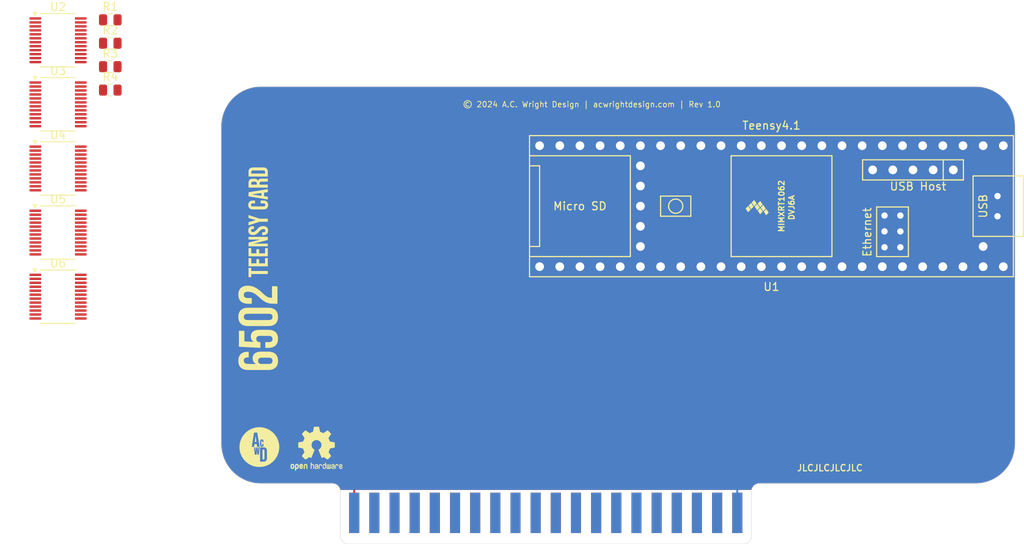
<source format=kicad_pcb>
(kicad_pcb (version 20240108) (generator "pcbnew") (generator_version "8.0")
  (title_block (title "6502 Teensy Card") (date "2024-07-04") (rev "1.0") (company "A.C. Wright Design"))
  (layers (0 "F.Cu" signal "Top") (31 "B.Cu" signal "Bottom") (34 "B.Paste" user) (35 "F.Paste" user) (36 "B.SilkS" user "B.Silkscreen") (37 "F.SilkS" user "F.Silkscreen") (38 "B.Mask" user) (39 "F.Mask" user) (44 "Edge.Cuts" user))
  (net 0 "")
  (net 1 "D7")
  (net 2 "PHI2")
  (net 3 "D0")
  (net 4 "A2")
  (net 5 "RWB")
  (net 6 "A4")
  (net 7 "D6")
  (net 8 "A13")
  (net 9 "A7")
  (net 10 "A6")
  (net 11 "A15")
  (net 12 "A8")
  (net 13 "A0")
  (net 14 "D4")
  (net 15 "D3")
  (net 16 "A1")
  (net 17 "D5")
  (net 18 "A14")
  (net 19 "A5")
  (net 20 "SYNC")
  (net 21 "D2")
  (net 22 "A10")
  (net 23 "A9")
  (net 24 "D1")
  (net 25 "GND")
  (net 26 "VCC")
  (net 27 "BE")
  (net 28 "RDY")
  (net 29 "A11")
  (net 30 "A12")
  (net 31 "A3")
  (net 32 "NMIB")
  (net 33 "IRQB")
  (net 34 "RESB")
  (net 36 "unconnected-(J1-PadEXP3)")
  (net 39 "Net-(U5-A7)")
  (net 40 "Net-(U5-B7)")
  (net 41 "Net-(U6-A3)")
  (net 42 "Net-(U6-B3)")
  (net 43 "A9_3V3")
  (net 45 "AD0_3V3")
  (net 49 "A14_3V3")
  (net 51 "AD7_3V3")
  (net 52 "A13_3V3")
  (net 58 "3V3")
  (net 59 "AD3_3V3")
  (net 60 "AD2_3V3")
  (net 64 "A15_3V3")
  (net 66 "AD4_3V3")
  (net 71 "A12_3V3")
  (net 72 "A8_3V3")
  (net 79 "AD6_3V3")
  (net 92 "AD1_3V3")
  (net 95 "A10_3V3")
  (net 99 "A11_3V3")
  (net 104 "AD5_3V3")
  (net 105 "OE1")
  (net 106 "DIR1")
  (net 107 "DIR2")
  (net 108 "OE2")
  (net 109 "OE3")
  (net 110 "DIR3")
  (net 111 "BE_3V3")
  (net 112 "PHI2_3V3")
  (net 113 "DIR4")
  (net 114 "OE4")
  (net 115 "IRQB_3V3")
  (net 116 "NMIB_3V3")
  (net 117 "RDY_3V3")
  (net 118 "RESB_3V3")
  (net 119 "SYNC_3V3")
  (net 120 "RWB_3V3")
  (net 121 "OE5")
  (net 122 "DIR5")
  (footprint "6502 Parts:6502 Card Edge" (layer "F.Cu") (at 115.25 132.44)
    (property "Reference" "J1" (hide yes))
    (property "Value" "6502 Card Edge" (hide yes))
    (pad "A0" smd rect (at 45.72 -2.54 90) (size 5.08 1.27) (layers "B.Cu" "B.Paste" "B.Mask") (net 13 "A0"))
    (pad "A1" smd rect (at 43.18 -2.54 90) (size 5.08 1.27) (layers "B.Cu" "B.Paste" "B.Mask") (net 16 "A1"))
    (pad "A2" smd rect (at 40.64 -2.54 90) (size 5.08 1.27) (layers "B.Cu" "B.Paste" "B.Mask") (net 4 "A2"))
    (pad "A3" smd rect (at 38.1 -2.54 90) (size 5.08 1.27) (layers "B.Cu" "B.Paste" "B.Mask") (net 31 "A3"))
    (pad "A4" smd rect (at 35.56 -2.54 90) (size 5.08 1.27) (layers "B.Cu" "B.Paste" "B.Mask") (net 6 "A4"))
    (pad "A5" smd rect (at 33.02 -2.54 90) (size 5.08 1.27) (layers "B.Cu" "B.Paste" "B.Mask") (net 19 "A5"))
    (pad "A6" smd rect (at 30.48 -2.54 90) (size 5.08 1.27) (layers "B.Cu" "B.Paste" "B.Mask") (net 10 "A6"))
    (pad "A7" smd rect (at 27.94 -2.54 90) (size 5.08 1.27) (layers "B.Cu" "B.Paste" "B.Mask") (net 9 "A7"))
    (pad "A8" smd rect (at 25.4 -2.54 90) (size 5.08 1.27) (layers "B.Cu" "B.Paste" "B.Mask") (net 12 "A8"))
    (pad "A9" smd rect (at 22.86 -2.54 90) (size 5.08 1.27) (layers "B.Cu" "B.Paste" "B.Mask") (net 23 "A9"))
    (pad "A10" smd rect (at 20.32 -2.54 90) (size 5.08 1.27) (layers "B.Cu" "B.Paste" "B.Mask") (net 22 "A10"))
    (pad "A11" smd rect (at 17.78 -2.54 90) (size 5.08 1.27) (layers "B.Cu" "B.Paste" "B.Mask") (net 29 "A11"))
    (pad "A12" smd rect (at 15.24 -2.54 90) (size 5.08 1.27) (layers "B.Cu" "B.Paste" "B.Mask") (net 30 "A12"))
    (pad "A13" smd rect (at 12.7 -2.54 90) (size 5.08 1.27) (layers "B.Cu" "B.Paste" "B.Mask") (net 8 "A13"))
    (pad "A14" smd rect (at 10.16 -2.54 90) (size 5.08 1.27) (layers "B.Cu" "B.Paste" "B.Mask") (net 18 "A14"))
    (pad "A15" smd rect (at 7.62 -2.54 90) (size 5.08 1.27) (layers "B.Cu" "B.Paste" "B.Mask") (net 11 "A15"))
    (pad "BE" smd rect (at 12.7 -2.54 90) (size 5.08 1.27) (layers "F.Cu" "F.Paste" "F.Mask") (net 27 "BE"))
    (pad "D0" smd rect (at 45.72 -2.54 90) (size 5.08 1.27) (layers "F.Cu" "F.Paste" "F.Mask") (net 3 "D0"))
    (pad "D1" smd rect (at 43.18 -2.54 90) (size 5.08 1.27) (layers "F.Cu" "F.Paste" "F.Mask") (net 24 "D1"))
    (pad "D2" smd rect (at 40.64 -2.54 90) (size 5.08 1.27) (layers "F.Cu" "F.Paste" "F.Mask") (net 21 "D2"))
    (pad "D3" smd rect (at 38.1 -2.54 90) (size 5.08 1.27) (layers "F.Cu" "F.Paste" "F.Mask") (net 15 "D3"))
    (pad "D4" smd rect (at 35.56 -2.54 90) (size 5.08 1.27) (layers "F.Cu" "F.Paste" "F.Mask") (net 14 "D4"))
    (pad "D5" smd rect (at 33.02 -2.54 90) (size 5.08 1.27) (layers "F.Cu" "F.Paste" "F.Mask") (net 17 "D5"))
    (pad "D6" smd rect (at 30.48 -2.54 90) (size 5.08 1.27) (layers "F.Cu" "F.Paste" "F.Mask") (net 7 "D6"))
    (pad "D7" smd rect (at 27.94 -2.54 90) (size 5.08 1.27) (layers "F.Cu" "F.Paste" "F.Mask") (net 1 "D7"))
    (pad "EXP0" smd rect (at 5.08 -2.54 90) (size 5.08 1.27) (layers "B.Cu" "B.Paste" "B.Mask"))
    (pad "EXP1" smd rect (at 2.54 -2.54 90) (size 5.08 1.27) (layers "B.Cu" "B.Paste" "B.Mask"))
    (pad "EXP2" smd rect (at 25.4 -2.54 90) (size 5.08 1.27) (layers "F.Cu" "F.Paste" "F.Mask"))
    (pad "EXP3" smd rect (at 22.86 -2.54 90) (size 5.08 1.27) (layers "F.Cu" "F.Paste" "F.Mask") (net 36 "unconnected-(J1-PadEXP3)"))
    (pad "GND" smd rect (at 0 -2.54 90) (size 5.08 1.27) (layers "F.Cu" "F.Paste" "F.Mask") (net 25 "GND"))
    (pad "GND" smd rect (at 48.26 -2.54 90) (size 5.08 1.27) (layers "B.Cu" "B.Paste" "B.Mask") (net 25 "GND"))
    (pad "IRQB" smd rect (at 5.08 -2.54 90) (size 5.08 1.27) (layers "F.Cu" "F.Paste" "F.Mask") (net 33 "IRQB"))
    (pad "NMIB" smd rect (at 7.62 -2.54 90) (size 5.08 1.27) (layers "F.Cu" "F.Paste" "F.Mask") (net 32 "NMIB"))
    (pad "PHI2" smd rect (at 20.32 -2.54 90) (size 5.08 1.27) (layers "F.Cu" "F.Paste" "F.Mask") (net 2 "PHI2"))
    (pad "RDY" smd rect (at 10.16 -2.54 90) (size 5.08 1.27) (layers "F.Cu" "F.Paste" "F.Mask") (net 28 "RDY"))
    (pad "RESB" smd rect (at 2.54 -2.54 90) (size 5.08 1.27) (layers "F.Cu" "F.Paste" "F.Mask") (net 34 "RESB"))
    (pad "RWB" smd rect (at 15.24 -2.54 90) (size 5.08 1.27) (layers "F.Cu" "F.Paste" "F.Mask") (net 5 "RWB"))
    (pad "SYNC" smd rect (at 17.78 -2.54 90) (size 5.08 1.27) (layers "F.Cu" "F.Paste" "F.Mask") (net 20 "SYNC"))
    (pad "VCC" smd rect (at 0 -2.54 90) (size 5.08 1.27) (layers "B.Cu" "B.Paste" "B.Mask") (net 26 "VCC"))
    (pad "VCC" smd rect (at 48.26 -2.54 90) (size 5.08 1.27) (layers "F.Cu" "F.Paste" "F.Mask") (net 26 "VCC"))
  )
  (footprint "A.C. Wright Logo:A.C. Wright Logo 5mm" (layer "F.Cu") (at 103.3011 121.6136)
    (property "Reference" "G***" (hide yes))
    (property "Value" "LOGO" (hide yes))
  )
  (footprint "6502 Logos:6502 Teensy Card Logo 5mm" (layer "F.Cu") (at 103.151047 91.915215 90)
    (property "Reference" "G***" (hide yes))
    (property "Value" "LOGO" (hide yes))
  )
  (footprint "Package_SO:TSSOP-24_4.4x6.5mm_P0.5mm" (layer "F.Cu") (at 77.9411 86.5086)
    (property "Reference" "U4" (at 0 -4.2 0) (layer "F.SilkS"))
    (property "Value" "SN74LVC4245APWR")
    (pad "1" smd roundrect (at -2.8625 -2.75) (size 1.475 0.3) (layers "F.Cu" "F.Paste" "F.Mask") (net 26 "VCC"))
    (pad "2" smd roundrect (at -2.8625 -2.25) (size 1.475 0.3) (layers "F.Cu" "F.Paste" "F.Mask") (net 110 "DIR3"))
    (pad "3" smd roundrect (at -2.8625 -1.75) (size 1.475 0.3) (layers "F.Cu" "F.Paste" "F.Mask") (net 3 "D0"))
    (pad "4" smd roundrect (at -2.8625 -1.25) (size 1.475 0.3) (layers "F.Cu" "F.Paste" "F.Mask") (net 24 "D1"))
    (pad "5" smd roundrect (at -2.8625 -0.75) (size 1.475 0.3) (layers "F.Cu" "F.Paste" "F.Mask") (net 21 "D2"))
    (pad "6" smd roundrect (at -2.8625 -0.25) (size 1.475 0.3) (layers "F.Cu" "F.Paste" "F.Mask") (net 15 "D3"))
    (pad "7" smd roundrect (at -2.8625 0.25) (size 1.475 0.3) (layers "F.Cu" "F.Paste" "F.Mask") (net 14 "D4"))
    (pad "8" smd roundrect (at -2.8625 0.75) (size 1.475 0.3) (layers "F.Cu" "F.Paste" "F.Mask") (net 17 "D5"))
    (pad "9" smd roundrect (at -2.8625 1.25) (size 1.475 0.3) (layers "F.Cu" "F.Paste" "F.Mask") (net 7 "D6"))
    (pad "10" smd roundrect (at -2.8625 1.75) (size 1.475 0.3) (layers "F.Cu" "F.Paste" "F.Mask") (net 1 "D7"))
    (pad "11" smd roundrect (at -2.8625 2.25) (size 1.475 0.3) (layers "F.Cu" "F.Paste" "F.Mask") (net 25 "GND"))
    (pad "12" smd roundrect (at -2.8625 2.75) (size 1.475 0.3) (layers "F.Cu" "F.Paste" "F.Mask") (net 25 "GND"))
    (pad "13" smd roundrect (at 2.8625 2.75) (size 1.475 0.3) (layers "F.Cu" "F.Paste" "F.Mask") (net 25 "GND"))
    (pad "14" smd roundrect (at 2.8625 2.25) (size 1.475 0.3) (layers "F.Cu" "F.Paste" "F.Mask") (net 51 "AD7_3V3"))
    (pad "15" smd roundrect (at 2.8625 1.75) (size 1.475 0.3) (layers "F.Cu" "F.Paste" "F.Mask") (net 79 "AD6_3V3"))
    (pad "16" smd roundrect (at 2.8625 1.25) (size 1.475 0.3) (layers "F.Cu" "F.Paste" "F.Mask") (net 104 "AD5_3V3"))
    (pad "17" smd roundrect (at 2.8625 0.75) (size 1.475 0.3) (layers "F.Cu" "F.Paste" "F.Mask") (net 66 "AD4_3V3"))
    (pad "18" smd roundrect (at 2.8625 0.25) (size 1.475 0.3) (layers "F.Cu" "F.Paste" "F.Mask") (net 59 "AD3_3V3"))
    (pad "19" smd roundrect (at 2.8625 -0.25) (size 1.475 0.3) (layers "F.Cu" "F.Paste" "F.Mask") (net 60 "AD2_3V3"))
    (pad "20" smd roundrect (at 2.8625 -0.75) (size 1.475 0.3) (layers "F.Cu" "F.Paste" "F.Mask") (net 92 "AD1_3V3"))
    (pad "21" smd roundrect (at 2.8625 -1.25) (size 1.475 0.3) (layers "F.Cu" "F.Paste" "F.Mask") (net 45 "AD0_3V3"))
    (pad "22" smd roundrect (at 2.8625 -1.75) (size 1.475 0.3) (layers "F.Cu" "F.Paste" "F.Mask") (net 109 "OE3"))
    (pad "23" smd roundrect (at 2.8625 -2.25) (size 1.475 0.3) (layers "F.Cu" "F.Paste" "F.Mask") (net 58 "3V3"))
    (pad "24" smd roundrect (at 2.8625 -2.75) (size 1.475 0.3) (layers "F.Cu" "F.Paste" "F.Mask") (net 58 "3V3"))
  )
  (footprint "Teensy:Teensy41" (layer "F.Cu") (at 167.8161 91.2586 180)
    (property "Reference" "U1" (at 0 -10.16 360) (layer "F.SilkS"))
    (property "Value" "Teensy4.1" (at 0 10.16 0) (layer "F.SilkS"))
    (fp_text user "Micro SD" (at 24.13 0 360) (layer "F.SilkS"))
    (fp_text user "USB" (at -26.67 0 90) (layer "F.SilkS"))
    (fp_text user "MIMXRT1062" (at -1.27 0 90) (layer "F.SilkS") (effects (font (size 0.7 0.7))))
    (fp_text user "DVJ6A" (at -2.54 -0.18 90) (layer "F.SilkS") (effects (font (size 0.7 0.7))))
    (fp_text user "USB Host" (at -18.4658 2.4892 360) (layer "F.SilkS"))
    (fp_text user "Ethernet" (at -12.065 -3.2766 90) (layer "F.SilkS"))
    (pad "1" thru_hole rect (at -29.21 7.62 180) (size 1.6 1.6) (drill 1.1) (layers "*.Cu" "*.Mask") (net 25 "GND"))
    (pad "2" thru_hole circle (at -26.67 7.62 180) (size 1.6 1.6) (drill 1.1) (layers "*.Cu" "*.Mask"))
    (pad "3" thru_hole circle (at -24.13 7.62 180) (size 1.6 1.6) (drill 1.1) (layers "*.Cu" "*.Mask"))
    (pad "4" thru_hole circle (at -21.59 7.62 180) (size 1.6 1.6) (drill 1.1) (layers "*.Cu" "*.Mask"))
    (pad "5" thru_hole circle (at -19.05 7.62 180) (size 1.6 1.6) (drill 1.1) (layers "*.Cu" "*.Mask"))
    (pad "6" thru_hole circle (at -16.51 7.62 180) (size 1.6 1.6) (drill 1.1) (layers "*.Cu" "*.Mask"))
    (pad "7" thru_hole circle (at -13.97 7.62 180) (size 1.6 1.6) (drill 1.1) (layers "*.Cu" "*.Mask"))
    (pad "8" thru_hole circle (at -11.43 7.62 180) (size 1.6 1.6) (drill 1.1) (layers "*.Cu" "*.Mask"))
    (pad "9" thru_hole circle (at -8.89 7.62 180) (size 1.6 1.6) (drill 1.1) (layers "*.Cu" "*.Mask"))
    (pad "10" thru_hole circle (at -6.35 7.62 180) (size 1.6 1.6) (drill 1.1) (layers "*.Cu" "*.Mask"))
    (pad "11" thru_hole circle (at -3.81 7.62 180) (size 1.6 1.6) (drill 1.1) (layers "*.Cu" "*.Mask"))
    (pad "12" thru_hole circle (at -1.27 7.62 180) (size 1.6 1.6) (drill 1.1) (layers "*.Cu" "*.Mask"))
    (pad "13" thru_hole circle (at 1.27 7.62 180) (size 1.6 1.6) (drill 1.1) (layers "*.Cu" "*.Mask"))
    (pad "14" thru_hole circle (at 3.81 7.62 180) (size 1.6 1.6) (drill 1.1) (layers "*.Cu" "*.Mask"))
    (pad "15" thru_hole circle (at 6.35 7.62 180) (size 1.6 1.6) (drill 1.1) (layers "*.Cu" "*.Mask") (net 58 "3V3"))
    (pad "16" thru_hole circle (at 8.89 7.62 180) (size 1.6 1.6) (drill 1.1) (layers "*.Cu" "*.Mask"))
    (pad "17" thru_hole circle (at 11.43 7.62 180) (size 1.6 1.6) (drill 1.1) (layers "*.Cu" "*.Mask"))
    (pad "18" thru_hole circle (at 13.97 7.62 180) (size 1.6 1.6) (drill 1.1) (layers "*.Cu" "*.Mask") (net 49 "A14_3V3"))
    (pad "19" thru_hole circle (at 16.51 7.62 180) (size 1.6 1.6) (drill 1.1) (layers "*.Cu" "*.Mask") (net 64 "A15_3V3"))
    (pad "20" thru_hole circle (at 19.05 7.62 180) (size 1.6 1.6) (drill 1.1) (layers "*.Cu" "*.Mask"))
    (pad "21" thru_hole circle (at 21.59 7.62 180) (size 1.6 1.6) (drill 1.1) (layers "*.Cu" "*.Mask"))
    (pad "22" thru_hole circle (at 24.13 7.62 180) (size 1.6 1.6) (drill 1.1) (layers "*.Cu" "*.Mask"))
    (pad "23" thru_hole circle (at 26.67 7.62 180) (size 1.6 1.6) (drill 1.1) (layers "*.Cu" "*.Mask"))
    (pad "24" thru_hole circle (at 29.21 7.62 180) (size 1.6 1.6) (drill 1.1) (layers "*.Cu" "*.Mask"))
    (pad "25" thru_hole circle (at 29.21 -7.62 180) (size 1.6 1.6) (drill 1.1) (layers "*.Cu" "*.Mask"))
    (pad "26" thru_hole circle (at 26.67 -7.62 180) (size 1.6 1.6) (drill 1.1) (layers "*.Cu" "*.Mask"))
    (pad "27" thru_hole circle (at 24.13 -7.62 180) (size 1.6 1.6) (drill 1.1) (layers "*.Cu" "*.Mask"))
    (pad "28" thru_hole circle (at 21.59 -7.62 180) (size 1.6 1.6) (drill 1.1) (layers "*.Cu" "*.Mask"))
    (pad "29" thru_hole circle (at 19.05 -7.62 180) (size 1.6 1.6) (drill 1.1) (layers "*.Cu" "*.Mask"))
    (pad "30" thru_hole circle (at 16.51 -7.62 180) (size 1.6 1.6) (drill 1.1) (layers "*.Cu" "*.Mask") (net 71 "A12_3V3"))
    (pad "31" thru_hole circle (at 13.97 -7.62 180) (size 1.6 1.6) (drill 1.1) (layers "*.Cu" "*.Mask") (net 52 "A13_3V3"))
    (pad "32" thru_hole circle (at 11.43 -7.62 180) (size 1.6 1.6) (drill 1.1) (layers "*.Cu" "*.Mask") (net 66 "AD4_3V3"))
    (pad "33" thru_hole circle (at 8.89 -7.62 180) (size 1.6 1.6) (drill 1.1) (layers "*.Cu" "*.Mask") (net 104 "AD5_3V3"))
    (pad "34" thru_hole circle (at 6.35 -7.62 180) (size 1.6 1.6) (drill 1.1) (layers "*.Cu" "*.Mask") (net 25 "GND"))
    (pad "35" thru_hole circle (at 3.81 -7.62 180) (size 1.6 1.6) (drill 1.1) (layers "*.Cu" "*.Mask"))
    (pad "36" thru_hole circle (at 1.27 -7.62 180) (size 1.6 1.6) (drill 1.1) (layers "*.Cu" "*.Mask") (net 60 "AD2_3V3"))
    (pad "37" thru_hole circle (at -1.27 -7.62 180) (size 1.6 1.6) (drill 1.1) (layers "*.Cu" "*.Mask") (net 59 "AD3_3V3"))
    (pad "38" thru_hole circle (at -3.81 -7.62 180) (size 1.6 1.6) (drill 1.1) (layers "*.Cu" "*.Mask") (net 51 "AD7_3V3"))
    (pad "39" thru_hole circle (at -6.35 -7.62 180) (size 1.6 1.6) (drill 1.1) (layers "*.Cu" "*.Mask") (net 79 "AD6_3V3"))
    (pad "40" thru_hole circle (at -8.89 -7.62 180) (size 1.6 1.6) (drill 1.1) (layers "*.Cu" "*.Mask") (net 92 "AD1_3V3"))
    (pad "41" thru_hole circle (at -11.43 -7.62 180) (size 1.6 1.6) (drill 1.1) (layers "*.Cu" "*.Mask") (net 45 "AD0_3V3"))
    (pad "42" thru_hole circle (at -13.97 -7.62 180) (size 1.6 1.6) (drill 1.1) (layers "*.Cu" "*.Mask") (net 95 "A10_3V3"))
    (pad "43" thru_hole circle (at -16.51 -7.62 180) (size 1.6 1.6) (drill 1.1) (layers "*.Cu" "*.Mask") (net 99 "A11_3V3"))
    (pad "44" thru_hole circle (at -19.05 -7.62 180) (size 1.6 1.6) (drill 1.1) (layers "*.Cu" "*.Mask") (net 72 "A8_3V3"))
    (pad "45" thru_hole circle (at -21.59 -7.62 180) (size 1.6 1.6) (drill 1.1) (layers "*.Cu" "*.Mask") (net 43 "A9_3V3"))
    (pad "46" thru_hole circle (at -24.13 -7.62 180) (size 1.6 1.6) (drill 1.1) (layers "*.Cu" "*.Mask") (net 58 "3V3"))
    (pad "47" thru_hole circle (at -26.67 -7.62 180) (size 1.6 1.6) (drill 1.1) (layers "*.Cu" "*.Mask") (net 25 "GND"))
    (pad "48" thru_hole circle (at -29.21 -7.62 180) (size 1.6 1.6) (drill 1.1) (layers "*.Cu" "*.Mask") (net 26 "VCC"))
    (pad "49" thru_hole circle (at -26.67 -5.08 180) (size 1.6 1.6) (drill 1.1) (layers "*.Cu" "*.Mask"))
    (pad "50" thru_hole circle (at 16.51 5.08 180) (size 1.6 1.6) (drill 1.1) (layers "*.Cu" "*.Mask"))
    (pad "51" thru_hole circle (at 16.51 2.54 180) (size 1.6 1.6) (drill 1.1) (layers "*.Cu" "*.Mask"))
    (pad "52" thru_hole circle (at 16.51 0 180) (size 1.6 1.6) (drill 1.1) (layers "*.Cu" "*.Mask"))
    (pad "53" thru_hole circle (at 16.51 -2.54 180) (size 1.6 1.6) (drill 1.1) (layers "*.Cu" "*.Mask"))
    (pad "54" thru_hole circle (at 16.51 -5.08 180) (size 1.6 1.6) (drill 1.1) (layers "*.Cu" "*.Mask"))
    (pad "55" thru_hole rect (at -22.9108 4.5692 180) (size 1.6 1.6) (drill 1.1) (layers "*.Cu" "*.Mask"))
    (pad "56" thru_hole circle (at -20.3708 4.5692 180) (size 1.6 1.6) (drill 1.1) (layers "*.Cu" "*.Mask"))
    (pad "57" thru_hole circle (at -17.8308 4.5692 180) (size 1.6 1.6) (drill 1.1) (layers "*.Cu" "*.Mask"))
    (pad "58" thru_hole circle (at -15.2908 4.5692 180) (size 1.6 1.6) (drill 1.1) (layers "*.Cu" "*.Mask"))
    (pad "59" thru_hole circle (at -12.7508 4.5692 180) (size 1.6 1.6) (drill 1.1) (layers "*.Cu" "*.Mask"))
    (pad "60" thru_hole rect (at -16.24 -5.1816 180) (size 1.3 1.3) (drill 0.8) (layers "*.Cu" "*.Mask"))
    (pad "61" thru_hole circle (at -16.24 -3.1816 180) (size 1.3 1.3) (drill 0.8) (layers "*.Cu" "*.Mask"))
    (pad "62" thru_hole circle (at -16.24 -1.1816 180) (size 1.3 1.3) (drill 0.8) (layers "*.Cu" "*.Mask"))
    (pad "63" thru_hole circle (at -14.24 -1.1816 180) (size 1.3 1.3) (drill 0.8) (layers "*.Cu" "*.Mask"))
    (pad "64" thru_hole circle (at -14.24 -3.1816 180) (size 1.3 1.3) (drill 0.8) (layers "*.Cu" "*.Mask"))
    (pad "65" thru_hole circle (at -14.24 -5.1816 180) (size 1.3 1.3) (drill 0.8) (layers "*.Cu" "*.Mask"))
    (pad "66" thru_hole circle (at -28.48 -1.27 180) (size 1.3 1.3) (drill 0.8) (layers "*.Cu" "*.Mask"))
    (pad "67" thru_hole circle (at -28.48 1.27 180) (size 1.3 1.3) (drill 0.8) (layers "*.Cu" "*.Mask"))
  )
  (footprint "Resistor_SMD:R_0805_2012Metric" (layer "F.Cu") (at 84.5211 73.6836)
    (property "Reference" "R3" (at 0 -1.65 0) (layer "F.SilkS"))
    (property "Value" "1k")
    (pad "1" smd roundrect (at -0.9125 0) (size 1.025 1.4) (layers "F.Cu" "F.Paste" "F.Mask") (roundrect_rratio 0.243902) (net 41 "Net-(U6-A3)"))
    (pad "2" smd roundrect (at 0.9125 0) (size 1.025 1.4) (layers "F.Cu" "F.Paste" "F.Mask") (roundrect_rratio 0.243902) (net 25 "GND"))
  )
  (footprint "Package_SO:TSSOP-24_4.4x6.5mm_P0.5mm" (layer "F.Cu") (at 77.9411 70.3586)
    (property "Reference" "U2" (at 0 -4.2 0) (layer "F.SilkS"))
    (property "Value" "SN74LVC4245APWR")
    (pad "1" smd roundrect (at -2.8625 -2.75) (size 1.475 0.3) (layers "F.Cu" "F.Paste" "F.Mask") (net 26 "VCC"))
    (pad "2" smd roundrect (at -2.8625 -2.25) (size 1.475 0.3) (layers "F.Cu" "F.Paste" "F.Mask") (net 106 "DIR1"))
    (pad "3" smd roundrect (at -2.8625 -1.75) (size 1.475 0.3) (layers "F.Cu" "F.Paste" "F.Mask") (net 13 "A0"))
    (pad "4" smd roundrect (at -2.8625 -1.25) (size 1.475 0.3) (layers "F.Cu" "F.Paste" "F.Mask") (net 16 "A1"))
    (pad "5" smd roundrect (at -2.8625 -0.75) (size 1.475 0.3) (layers "F.Cu" "F.Paste" "F.Mask") (net 4 "A2"))
    (pad "6" smd roundrect (at -2.8625 -0.25) (size 1.475 0.3) (layers "F.Cu" "F.Paste" "F.Mask") (net 31 "A3"))
    (pad "7" smd roundrect (at -2.8625 0.25) (size 1.475 0.3) (layers "F.Cu" "F.Paste" "F.Mask") (net 6 "A4"))
    (pad "8" smd roundrect (at -2.8625 0.75) (size 1.475 0.3) (layers "F.Cu" "F.Paste" "F.Mask") (net 19 "A5"))
    (pad "9" smd roundrect (at -2.8625 1.25) (size 1.475 0.3) (layers "F.Cu" "F.Paste" "F.Mask") (net 10 "A6"))
    (pad "10" smd roundrect (at -2.8625 1.75) (size 1.475 0.3) (layers "F.Cu" "F.Paste" "F.Mask") (net 9 "A7"))
    (pad "11" smd roundrect (at -2.8625 2.25) (size 1.475 0.3) (layers "F.Cu" "F.Paste" "F.Mask") (net 25 "GND"))
    (pad "12" smd roundrect (at -2.8625 2.75) (size 1.475 0.3) (layers "F.Cu" "F.Paste" "F.Mask") (net 25 "GND"))
    (pad "13" smd roundrect (at 2.8625 2.75) (size 1.475 0.3) (layers "F.Cu" "F.Paste" "F.Mask") (net 25 "GND"))
    (pad "14" smd roundrect (at 2.8625 2.25) (size 1.475 0.3) (layers "F.Cu" "F.Paste" "F.Mask") (net 51 "AD7_3V3"))
    (pad "15" smd roundrect (at 2.8625 1.75) (size 1.475 0.3) (layers "F.Cu" "F.Paste" "F.Mask") (net 79 "AD6_3V3"))
    (pad "16" smd roundrect (at 2.8625 1.25) (size 1.475 0.3) (layers "F.Cu" "F.Paste" "F.Mask") (net 104 "AD5_3V3"))
    (pad "17" smd roundrect (at 2.8625 0.75) (size 1.475 0.3) (layers "F.Cu" "F.Paste" "F.Mask") (net 66 "AD4_3V3"))
    (pad "18" smd roundrect (at 2.8625 0.25) (size 1.475 0.3) (layers "F.Cu" "F.Paste" "F.Mask") (net 59 "AD3_3V3"))
    (pad "19" smd roundrect (at 2.8625 -0.25) (size 1.475 0.3) (layers "F.Cu" "F.Paste" "F.Mask") (net 60 "AD2_3V3"))
    (pad "20" smd roundrect (at 2.8625 -0.75) (size 1.475 0.3) (layers "F.Cu" "F.Paste" "F.Mask") (net 92 "AD1_3V3"))
    (pad "21" smd roundrect (at 2.8625 -1.25) (size 1.475 0.3) (layers "F.Cu" "F.Paste" "F.Mask") (net 45 "AD0_3V3"))
    (pad "22" smd roundrect (at 2.8625 -1.75) (size 1.475 0.3) (layers "F.Cu" "F.Paste" "F.Mask") (net 105 "OE1"))
    (pad "23" smd roundrect (at 2.8625 -2.25) (size 1.475 0.3) (layers "F.Cu" "F.Paste" "F.Mask") (net 58 "3V3"))
    (pad "24" smd roundrect (at 2.8625 -2.75) (size 1.475 0.3) (layers "F.Cu" "F.Paste" "F.Mask") (net 58 "3V3"))
  )
  (footprint "Package_SO:TSSOP-24_4.4x6.5mm_P0.5mm" (layer "F.Cu") (at 77.9411 102.6586)
    (property "Reference" "U6" (at 0 -4.2 0) (layer "F.SilkS"))
    (property "Value" "SN74LVC4245APWR")
    (pad "1" smd roundrect (at -2.8625 -2.75) (size 1.475 0.3) (layers "F.Cu" "F.Paste" "F.Mask") (net 26 "VCC"))
    (pad "2" smd roundrect (at -2.8625 -2.25) (size 1.475 0.3) (layers "F.Cu" "F.Paste" "F.Mask") (net 122 "DIR5"))
    (pad "3" smd roundrect (at -2.8625 -1.75) (size 1.475 0.3) (layers "F.Cu" "F.Paste" "F.Mask") (net 5 "RWB"))
    (pad "4" smd roundrect (at -2.8625 -1.25) (size 1.475 0.3) (layers "F.Cu" "F.Paste" "F.Mask") (net 20 "SYNC"))
    (pad "5" smd roundrect (at -2.8625 -0.75) (size 1.475 0.3) (layers "F.Cu" "F.Paste" "F.Mask") (net 41 "Net-(U6-A3)"))
    (pad "6" smd roundrect (at -2.8625 -0.25) (size 1.475 0.3) (layers "F.Cu" "F.Paste" "F.Mask") (net 41 "Net-(U6-A3)"))
    (pad "7" smd roundrect (at -2.8625 0.25) (size 1.475 0.3) (layers "F.Cu" "F.Paste" "F.Mask") (net 41 "Net-(U6-A3)"))
    (pad "8" smd roundrect (at -2.8625 0.75) (size 1.475 0.3) (layers "F.Cu" "F.Paste" "F.Mask") (net 41 "Net-(U6-A3)"))
    (pad "9" smd roundrect (at -2.8625 1.25) (size 1.475 0.3) (layers "F.Cu" "F.Paste" "F.Mask") (net 41 "Net-(U6-A3)"))
    (pad "10" smd roundrect (at -2.8625 1.75) (size 1.475 0.3) (layers "F.Cu" "F.Paste" "F.Mask") (net 41 "Net-(U6-A3)"))
    (pad "11" smd roundrect (at -2.8625 2.25) (size 1.475 0.3) (layers "F.Cu" "F.Paste" "F.Mask") (net 25 "GND"))
    (pad "12" smd roundrect (at -2.8625 2.75) (size 1.475 0.3) (layers "F.Cu" "F.Paste" "F.Mask") (net 25 "GND"))
    (pad "13" smd roundrect (at 2.8625 2.75) (size 1.475 0.3) (layers "F.Cu" "F.Paste" "F.Mask") (net 25 "GND"))
    (pad "14" smd roundrect (at 2.8625 2.25) (size 1.475 0.3) (layers "F.Cu" "F.Paste" "F.Mask") (net 42 "Net-(U6-B3)"))
    (pad "15" smd roundrect (at 2.8625 1.75) (size 1.475 0.3) (layers "F.Cu" "F.Paste" "F.Mask") (net 42 "Net-(U6-B3)"))
    (pad "16" smd roundrect (at 2.8625 1.25) (size 1.475 0.3) (layers "F.Cu" "F.Paste" "F.Mask") (net 42 "Net-(U6-B3)"))
    (pad "17" smd roundrect (at 2.8625 0.75) (size 1.475 0.3) (layers "F.Cu" "F.Paste" "F.Mask") (net 42 "Net-(U6-B3)"))
    (pad "18" smd roundrect (at 2.8625 0.25) (size 1.475 0.3) (layers "F.Cu" "F.Paste" "F.Mask") (net 42 "Net-(U6-B3)"))
    (pad "19" smd roundrect (at 2.8625 -0.25) (size 1.475 0.3) (layers "F.Cu" "F.Paste" "F.Mask") (net 42 "Net-(U6-B3)"))
    (pad "20" smd roundrect (at 2.8625 -0.75) (size 1.475 0.3) (layers "F.Cu" "F.Paste" "F.Mask") (net 119 "SYNC_3V3"))
    (pad "21" smd roundrect (at 2.8625 -1.25) (size 1.475 0.3) (layers "F.Cu" "F.Paste" "F.Mask") (net 120 "RWB_3V3"))
    (pad "22" smd roundrect (at 2.8625 -1.75) (size 1.475 0.3) (layers "F.Cu" "F.Paste" "F.Mask") (net 121 "OE5"))
    (pad "23" smd roundrect (at 2.8625 -2.25) (size 1.475 0.3) (layers "F.Cu" "F.Paste" "F.Mask") (net 58 "3V3"))
    (pad "24" smd roundrect (at 2.8625 -2.75) (size 1.475 0.3) (layers "F.Cu" "F.Paste" "F.Mask") (net 58 "3V3"))
  )
  (footprint "Symbol:OSHW-Logo2_7.3x6mm_SilkScreen" (layer "F.Cu") (at 110.5011 121.8136)
    (property "Reference" "REF**" (hide yes))
    (property "Value" "OSHW-Logo2_7.3x6mm_SilkScreen" (hide yes))
  )
  (footprint "Resistor_SMD:R_0805_2012Metric" (layer "F.Cu") (at 84.5211 67.7836)
    (property "Reference" "R1" (at 0 -1.65 0) (layer "F.SilkS"))
    (property "Value" "1k")
    (pad "1" smd roundrect (at -0.9125 0) (size 1.025 1.4) (layers "F.Cu" "F.Paste" "F.Mask") (roundrect_rratio 0.243902) (net 39 "Net-(U5-A7)"))
    (pad "2" smd roundrect (at 0.9125 0) (size 1.025 1.4) (layers "F.Cu" "F.Paste" "F.Mask") (roundrect_rratio 0.243902) (net 25 "GND"))
  )
  (footprint "Resistor_SMD:R_0805_2012Metric" (layer "F.Cu") (at 84.5211 76.6336)
    (property "Reference" "R4" (at 0 -1.65 0) (layer "F.SilkS"))
    (property "Value" "1k")
    (pad "1" smd roundrect (at -0.9125 0) (size 1.025 1.4) (layers "F.Cu" "F.Paste" "F.Mask") (roundrect_rratio 0.243902) (net 42 "Net-(U6-B3)"))
    (pad "2" smd roundrect (at 0.9125 0) (size 1.025 1.4) (layers "F.Cu" "F.Paste" "F.Mask") (roundrect_rratio 0.243902) (net 25 "GND"))
  )
  (footprint "Package_SO:TSSOP-24_4.4x6.5mm_P0.5mm" (layer "F.Cu") (at 77.9411 78.4336)
    (property "Reference" "U3" (at 0 -4.2 0) (layer "F.SilkS"))
    (property "Value" "SN74LVC4245APWR")
    (pad "1" smd roundrect (at -2.8625 -2.75) (size 1.475 0.3) (layers "F.Cu" "F.Paste" "F.Mask") (net 26 "VCC"))
    (pad "2" smd roundrect (at -2.8625 -2.25) (size 1.475 0.3) (layers "F.Cu" "F.Paste" "F.Mask") (net 107 "DIR2"))
    (pad "3" smd roundrect (at -2.8625 -1.75) (size 1.475 0.3) (layers "F.Cu" "F.Paste" "F.Mask") (net 12 "A8"))
    (pad "4" smd roundrect (at -2.8625 -1.25) (size 1.475 0.3) (layers "F.Cu" "F.Paste" "F.Mask") (net 23 "A9"))
    (pad "5" smd roundrect (at -2.8625 -0.75) (size 1.475 0.3) (layers "F.Cu" "F.Paste" "F.Mask") (net 22 "A10"))
    (pad "6" smd roundrect (at -2.8625 -0.25) (size 1.475 0.3) (layers "F.Cu" "F.Paste" "F.Mask") (net 29 "A11"))
    (pad "7" smd roundrect (at -2.8625 0.25) (size 1.475 0.3) (layers "F.Cu" "F.Paste" "F.Mask") (net 30 "A12"))
    (pad "8" smd roundrect (at -2.8625 0.75) (size 1.475 0.3) (layers "F.Cu" "F.Paste" "F.Mask") (net 8 "A13"))
    (pad "9" smd roundrect (at -2.8625 1.25) (size 1.475 0.3) (layers "F.Cu" "F.Paste" "F.Mask") (net 18 "A14"))
    (pad "10" smd roundrect (at -2.8625 1.75) (size 1.475 0.3) (layers "F.Cu" "F.Paste" "F.Mask") (net 11 "A15"))
    (pad "11" smd roundrect (at -2.8625 2.25) (size 1.475 0.3) (layers "F.Cu" "F.Paste" "F.Mask") (net 25 "GND"))
    (pad "12" smd roundrect (at -2.8625 2.75) (size 1.475 0.3) (layers "F.Cu" "F.Paste" "F.Mask") (net 25 "GND"))
    (pad "13" smd roundrect (at 2.8625 2.75) (size 1.475 0.3) (layers "F.Cu" "F.Paste" "F.Mask") (net 25 "GND"))
    (pad "14" smd roundrect (at 2.8625 2.25) (size 1.475 0.3) (layers "F.Cu" "F.Paste" "F.Mask") (net 64 "A15_3V3"))
    (pad "15" smd roundrect (at 2.8625 1.75) (size 1.475 0.3) (layers "F.Cu" "F.Paste" "F.Mask") (net 49 "A14_3V3"))
    (pad "16" smd roundrect (at 2.8625 1.25) (size 1.475 0.3) (layers "F.Cu" "F.Paste" "F.Mask") (net 52 "A13_3V3"))
    (pad "17" smd roundrect (at 2.8625 0.75) (size 1.475 0.3) (layers "F.Cu" "F.Paste" "F.Mask") (net 71 "A12_3V3"))
    (pad "18" smd roundrect (at 2.8625 0.25) (size 1.475 0.3) (layers "F.Cu" "F.Paste" "F.Mask") (net 99 "A11_3V3"))
    (pad "19" smd roundrect (at 2.8625 -0.25) (size 1.475 0.3) (layers "F.Cu" "F.Paste" "F.Mask") (net 95 "A10_3V3"))
    (pad "20" smd roundrect (at 2.8625 -0.75) (size 1.475 0.3) (layers "F.Cu" "F.Paste" "F.Mask") (net 43 "A9_3V3"))
    (pad "21" smd roundrect (at 2.8625 -1.25) (size 1.475 0.3) (layers "F.Cu" "F.Paste" "F.Mask") (net 72 "A8_3V3"))
    (pad "22" smd roundrect (at 2.8625 -1.75) (size 1.475 0.3) (layers "F.Cu" "F.Paste" "F.Mask") (net 108 "OE2"))
    (pad "23" smd roundrect (at 2.8625 -2.25) (size 1.475 0.3) (layers "F.Cu" "F.Paste" "F.Mask") (net 58 "3V3"))
    (pad "24" smd roundrect (at 2.8625 -2.75) (size 1.475 0.3) (layers "F.Cu" "F.Paste" "F.Mask") (net 58 "3V3"))
  )
  (footprint "Resistor_SMD:R_0805_2012Metric" (layer "F.Cu") (at 84.5211 70.7336)
    (property "Reference" "R2" (at 0 -1.65 0) (layer "F.SilkS"))
    (property "Value" "1k")
    (pad "1" smd roundrect (at -0.9125 0) (size 1.025 1.4) (layers "F.Cu" "F.Paste" "F.Mask") (roundrect_rratio 0.243902) (net 40 "Net-(U5-B7)"))
    (pad "2" smd roundrect (at 0.9125 0) (size 1.025 1.4) (layers "F.Cu" "F.Paste" "F.Mask") (roundrect_rratio 0.243902) (net 25 "GND"))
  )
  (footprint "Package_SO:TSSOP-24_4.4x6.5mm_P0.5mm" (layer "F.Cu") (at 77.9411 94.5836)
    (property "Reference" "U5" (at 0 -4.2 0) (layer "F.SilkS"))
    (property "Value" "SN74LVC4245APWR")
    (pad "1" smd roundrect (at -2.8625 -2.75) (size 1.475 0.3) (layers "F.Cu" "F.Paste" "F.Mask") (net 26 "VCC"))
    (pad "2" smd roundrect (at -2.8625 -2.25) (size 1.475 0.3) (layers "F.Cu" "F.Paste" "F.Mask") (net 113 "DIR4"))
    (pad "3" smd roundrect (at -2.8625 -1.75) (size 1.475 0.3) (layers "F.Cu" "F.Paste" "F.Mask") (net 2 "PHI2"))
    (pad "4" smd roundrect (at -2.8625 -1.25) (size 1.475 0.3) (layers "F.Cu" "F.Paste" "F.Mask") (net 27 "BE"))
    (pad "5" smd roundrect (at -2.8625 -0.75) (size 1.475 0.3) (layers "F.Cu" "F.Paste" "F.Mask") (net 28 "RDY"))
    (pad "6" smd roundrect (at -2.8625 -0.25) (size 1.475 0.3) (layers "F.Cu" "F.Paste" "F.Mask") (net 32 "NMIB"))
    (pad "7" smd roundrect (at -2.8625 0.25) (size 1.475 0.3) (layers "F.Cu" "F.Paste" "F.Mask") (net 33 "IRQB"))
    (pad "8" smd roundrect (at -2.8625 0.75) (size 1.475 0.3) (layers "F.Cu" "F.Paste" "F.Mask") (net 34 "RESB"))
    (pad "9" smd roundrect (at -2.8625 1.25) (size 1.475 0.3) (layers "F.Cu" "F.Paste" "F.Mask") (net 39 "Net-(U5-A7)"))
    (pad "10" smd roundrect (at -2.8625 1.75) (size 1.475 0.3) (layers "F.Cu" "F.Paste" "F.Mask") (net 39 "Net-(U5-A7)"))
    (pad "11" smd roundrect (at -2.8625 2.25) (size 1.475 0.3) (layers "F.Cu" "F.Paste" "F.Mask") (net 25 "GND"))
    (pad "12" smd roundrect (at -2.8625 2.75) (size 1.475 0.3) (layers "F.Cu" "F.Paste" "F.Mask") (net 25 "GND"))
    (pad "13" smd roundrect (at 2.8625 2.75) (size 1.475 0.3) (layers "F.Cu" "F.Paste" "F.Mask") (net 25 "GND"))
    (pad "14" smd roundrect (at 2.8625 2.25) (size 1.475 0.3) (layers "F.Cu" "F.Paste" "F.Mask") (net 40 "Net-(U5-B7)"))
    (pad "15" smd roundrect (at 2.8625 1.75) (size 1.475 0.3) (layers "F.Cu" "F.Paste" "F.Mask") (net 40 "Net-(U5-B7)"))
    (pad "16" smd roundrect (at 2.8625 1.25) (size 1.475 0.3) (layers "F.Cu" "F.Paste" "F.Mask") (net 118 "RESB_3V3"))
    (pad "17" smd roundrect (at 2.8625 0.75) (size 1.475 0.3) (layers "F.Cu" "F.Paste" "F.Mask") (net 115 "IRQB_3V3"))
    (pad "18" smd roundrect (at 2.8625 0.25) (size 1.475 0.3) (layers "F.Cu" "F.Paste" "F.Mask") (net 116 "NMIB_3V3"))
    (pad "19" smd roundrect (at 2.8625 -0.25) (size 1.475 0.3) (layers "F.Cu" "F.Paste" "F.Mask") (net 117 "RDY_3V3"))
    (pad "20" smd roundrect (at 2.8625 -0.75) (size 1.475 0.3) (layers "F.Cu" "F.Paste" "F.Mask") (net 111 "BE_3V3"))
    (pad "21" smd roundrect (at 2.8625 -1.25) (size 1.475 0.3) (layers "F.Cu" "F.Paste" "F.Mask") (net 112 "PHI2_3V3"))
    (pad "22" smd roundrect (at 2.8625 -1.75) (size 1.475 0.3) (layers "F.Cu" "F.Paste" "F.Mask") (net 114 "OE4"))
    (pad "23" smd roundrect (at 2.8625 -2.25) (size 1.475 0.3) (layers "F.Cu" "F.Paste" "F.Mask") (net 58 "3V3"))
    (pad "24" smd roundrect (at 2.8625 -2.75) (size 1.475 0.3) (layers "F.Cu" "F.Paste" "F.Mask") (net 58 "3V3"))
  )
  (gr_line (start 165.3011 132.8136) (end 165.3011 127.1936) (stroke (width 0.05)) (layer "Edge.Cuts"))
  (gr_line (start 166.3011 126.1936) (end 193.5011 126.1936) (stroke (width 0.05)) (layer "Edge.Cuts"))
  (gr_line (start 198.5011 121.1936) (end 198.5011 81.1936) (stroke (width 0.05)) (layer "Edge.Cuts"))
  (gr_arc (start 112.5011 126.1936) (mid 113.208207 126.486493) (end 113.5011 127.1936) (stroke (width 0.05)) (layer "Edge.Cuts"))
  (gr_arc (start 103.5011 126.1936) (mid 99.965566 124.729134) (end 98.5011 121.1936) (stroke (width 0.05)) (layer "Edge.Cuts"))
  (gr_arc (start 114.5011 133.8136) (mid 113.793993 133.520707) (end 113.5011 132.8136) (stroke (width 0.05)) (layer "Edge.Cuts"))
  (gr_line (start 103.5011 126.1936) (end 112.5011 126.1936) (stroke (width 0.05)) (layer "Edge.Cuts"))
  (gr_arc (start 198.5011 121.1936) (mid 197.036634 124.729134) (end 193.5011 126.1936) (stroke (width 0.05)) (layer "Edge.Cuts"))
  (gr_line (start 114.5011 133.8136) (end 164.3011 133.8136) (stroke (width 0.05)) (layer "Edge.Cuts"))
  (gr_arc (start 165.3011 132.8136) (mid 165.008207 133.520707) (end 164.3011 133.8136) (stroke (width 0.05)) (layer "Edge.Cuts"))
  (gr_line (start 193.5011 76.1936) (end 103.5011 76.1936) (stroke (width 0.05)) (layer "Edge.Cuts"))
  (gr_line (start 113.5011 127.1936) (end 113.5011 132.8136) (stroke (width 0.05)) (layer "Edge.Cuts"))
  (gr_line (start 98.5011 81.1936) (end 98.5011 121.1936) (stroke (width 0.05)) (layer "Edge.Cuts"))
  (gr_arc (start 165.3011 127.1936) (mid 165.593993 126.486493) (end 166.3011 126.1936) (stroke (width 0.05)) (layer "Edge.Cuts"))
  (gr_arc (start 193.5011 76.1936) (mid 197.036634 77.658066) (end 198.5011 81.1936) (stroke (width 0.05)) (layer "Edge.Cuts"))
  (gr_arc (start 98.5011 81.1936) (mid 99.965566 77.658066) (end 103.5011 76.1936) (stroke (width 0.05)) (layer "Edge.Cuts"))
  (gr_text "© 2024 A.C. Wright Design | acwrightdesign.com | Rev 1.0" (at 145.1761 78.4386 0) (layer "F.SilkS") (effects (font (size 0.7 0.7) (thickness 0.1))))
  (gr_text "JLCJLCJLCJLC" (at 175.1761 124.2386 0) (layer "F.SilkS") (effects (font (size 0.8 0.8))))
  (segment (start 143.19 129.9) (end 142.766995 129.476995) (width 0.25) (layer "F.Cu") (net 1))
  (segment (start 160.909 129.839) (end 160.97 129.9) (width 0.25) (layer "F.Cu") (net 3))
  (segment (start 130.49 129.9) (end 130.429 129.839) (width 0.25) (layer "F.Cu") (net 5))
  (segment (start 133.03 129.9) (end 132.97299 129.84299) (width 0.25) (layer "F.Cu") (net 20))
  (segment (start 115.25 129.9) (end 115.25 125.542) (width 0.25) (layer "F.Cu") (net 25))
  (segment (start 163.51 129.9) (end 163.51 125.4297) (width 0.25) (layer "B.Cu") (net 25))
  (segment (start 125.41 129.9) (end 125.476 129.834) (width 0.25) (layer "F.Cu") (net 28))
  (segment (start 117.79 130.217301) (end 117.832567 130.259868) (width 0.25) (layer "F.Cu") (net 34))
  (segment (start 138.11 129.9) (end 138.1011 129.8911) (width 0.25) (layer "F.Cu") (net 36))
  (zone (net 25) (net_name "GND") (layer "F.Cu") (connect_pads (clearance 0.254)) (min_thickness 0.254) (fill yes (thermal_gap 0.254) (thermal_bridge_width 0.254))
    (polygon (pts (xy 199.39 127) (xy 96.52 127) (xy 96.52 74.93) (xy 199.39 74.93)))
  )
  (zone (net 25) (net_name "GND") (layer "B.Cu") (connect_pads (clearance 0.254)) (min_thickness 0.254) (fill yes (thermal_gap 0.254) (thermal_bridge_width 0.254))
    (polygon (pts (xy 199.39 127) (xy 96.52 127) (xy 96.52 74.93) (xy 199.39 74.93)))
  )
)
</source>
